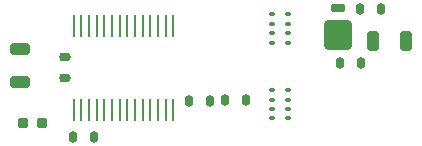
<source format=gbr>
%TF.GenerationSoftware,KiCad,Pcbnew,9.0.1*%
%TF.CreationDate,2025-04-20T22:50:28-04:00*%
%TF.ProjectId,NanoV3.3_Min,4e616e6f-5633-42e3-935f-4d696e2e6b69,rev?*%
%TF.SameCoordinates,Original*%
%TF.FileFunction,Paste,Bot*%
%TF.FilePolarity,Positive*%
%FSLAX46Y46*%
G04 Gerber Fmt 4.6, Leading zero omitted, Abs format (unit mm)*
G04 Created by KiCad (PCBNEW 9.0.1) date 2025-04-20 22:50:28*
%MOMM*%
%LPD*%
G01*
G04 APERTURE LIST*
G04 Aperture macros list*
%AMRoundRect*
0 Rectangle with rounded corners*
0 $1 Rounding radius*
0 $2 $3 $4 $5 $6 $7 $8 $9 X,Y pos of 4 corners*
0 Add a 4 corners polygon primitive as box body*
4,1,4,$2,$3,$4,$5,$6,$7,$8,$9,$2,$3,0*
0 Add four circle primitives for the rounded corners*
1,1,$1+$1,$2,$3*
1,1,$1+$1,$4,$5*
1,1,$1+$1,$6,$7*
1,1,$1+$1,$8,$9*
0 Add four rect primitives between the rounded corners*
20,1,$1+$1,$2,$3,$4,$5,0*
20,1,$1+$1,$4,$5,$6,$7,0*
20,1,$1+$1,$6,$7,$8,$9,0*
20,1,$1+$1,$8,$9,$2,$3,0*%
G04 Aperture macros list end*
%ADD10RoundRect,0.298400X-0.074600X0.175400X-0.074600X-0.175400X0.074600X-0.175400X0.074600X0.175400X0*%
%ADD11RoundRect,0.358140X0.835660X-0.899160X0.835660X0.899160X-0.835660X0.899160X-0.835660X-0.899160X0*%
%ADD12RoundRect,0.091440X0.467360X-0.213360X0.467360X0.213360X-0.467360X0.213360X-0.467360X-0.213360X0*%
%ADD13RoundRect,0.298400X0.074600X-0.175400X0.074600X0.175400X-0.074600X0.175400X-0.074600X-0.175400X0*%
%ADD14RoundRect,0.052974X0.195826X-0.120826X0.195826X0.120826X-0.195826X0.120826X-0.195826X-0.120826X0*%
%ADD15RoundRect,0.144780X0.668020X-0.337820X0.668020X0.337820X-0.668020X0.337820X-0.668020X-0.337820X0*%
%ADD16RoundRect,0.052974X-0.195826X0.120826X-0.195826X-0.120826X0.195826X-0.120826X0.195826X0.120826X0*%
%ADD17RoundRect,0.114300X0.000010X0.825500X-0.000010X0.825500X-0.000010X-0.825500X0.000010X-0.825500X0*%
%ADD18RoundRect,0.119640X-0.279160X-0.304160X0.279160X-0.304160X0.279160X0.304160X-0.279160X0.304160X0*%
%ADD19RoundRect,0.298400X0.175400X0.074600X-0.175400X0.074600X-0.175400X-0.074600X0.175400X-0.074600X0*%
%ADD20RoundRect,0.144780X-0.337820X-0.668020X0.337820X-0.668020X0.337820X0.668020X-0.337820X0.668020X0*%
G04 APERTURE END LIST*
D10*
%TO.C,C4*%
X144703800Y-104368600D03*
X146481800Y-104368600D03*
%TD*%
D11*
%TO.C,D1*%
X154305000Y-98871000D03*
D12*
X154305000Y-96521000D03*
%TD*%
D13*
%TO.C,C5*%
X143433800Y-104444800D03*
X141655800Y-104444800D03*
%TD*%
D14*
%TO.C,RP2*%
X148677000Y-99498000D03*
X148677000Y-98698000D03*
X148677000Y-97898000D03*
X148677000Y-97098000D03*
X150027000Y-97098000D03*
X150027000Y-97898000D03*
X150027000Y-98698000D03*
X150027000Y-99498000D03*
%TD*%
D10*
%TO.C,C7*%
X156133800Y-96647000D03*
X157911800Y-96647000D03*
%TD*%
D13*
%TO.C,C1*%
X133654000Y-107467400D03*
X131876000Y-107467400D03*
%TD*%
D15*
%TO.C,C6*%
X127325000Y-102847000D03*
X127325000Y-100053000D03*
%TD*%
D16*
%TO.C,RP1*%
X150025000Y-103500000D03*
X150025000Y-104300000D03*
X150025000Y-105100000D03*
X150025000Y-105900000D03*
X148675000Y-105900000D03*
X148675000Y-105100000D03*
X148675000Y-104300000D03*
X148675000Y-103500000D03*
%TD*%
D17*
%TO.C,IC2*%
X140335000Y-105181400D03*
X139684800Y-105181400D03*
X139035000Y-105181400D03*
X138385000Y-105181400D03*
X137734800Y-105181400D03*
X137085100Y-105181400D03*
X136435300Y-105181400D03*
X135785100Y-105181400D03*
X135135100Y-105181400D03*
X134484900Y-105181400D03*
X133834600Y-105181400D03*
X133184900Y-105181400D03*
X132535200Y-105181400D03*
X131884900Y-105181400D03*
X131884900Y-98069400D03*
X132535200Y-98069400D03*
X133184900Y-98069400D03*
X133834600Y-98069400D03*
X134484900Y-98069400D03*
X135135100Y-98069400D03*
X135785100Y-98069400D03*
X136435300Y-98069400D03*
X137085100Y-98069400D03*
X137734800Y-98069400D03*
X138385000Y-98069400D03*
X139035000Y-98069400D03*
X139685300Y-98069400D03*
X140335000Y-98069400D03*
%TD*%
D18*
%TO.C,F1*%
X127600000Y-106275000D03*
X129200000Y-106275000D03*
%TD*%
D19*
%TO.C,C8*%
X131175000Y-100697000D03*
X131175000Y-102475000D03*
%TD*%
D20*
%TO.C,C3*%
X157251400Y-99339400D03*
X160045400Y-99339400D03*
%TD*%
D13*
%TO.C,C2*%
X156260800Y-101219000D03*
X154482800Y-101219000D03*
%TD*%
M02*

</source>
